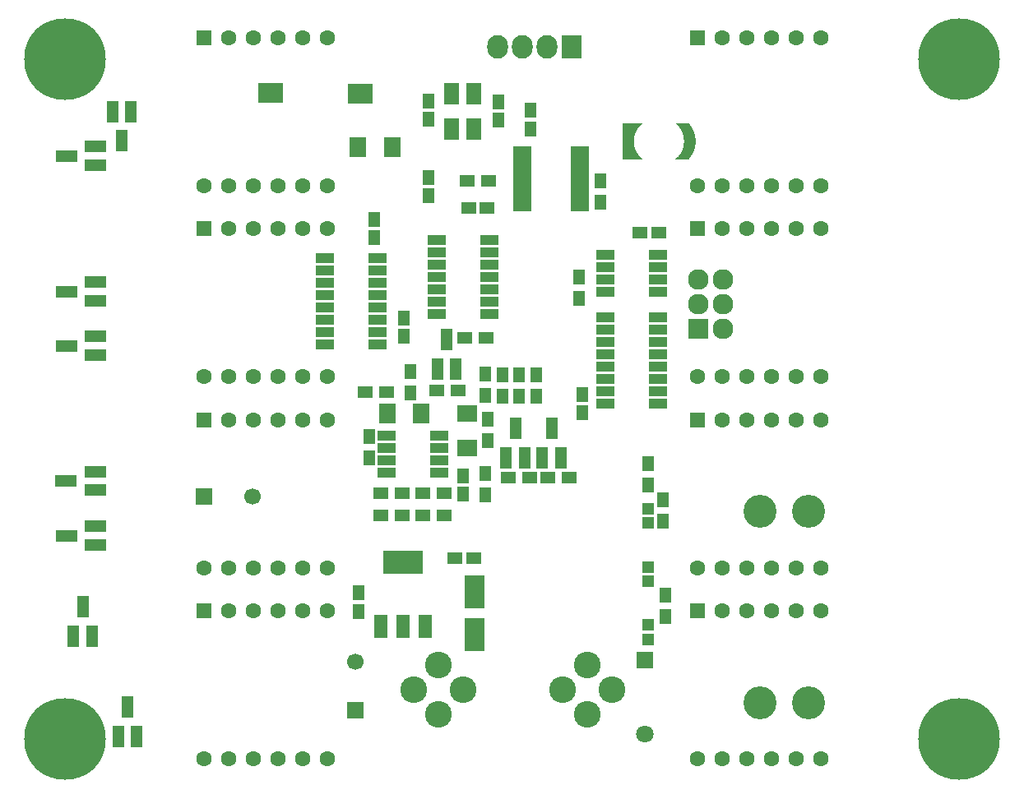
<source format=gbr>
From b95c2baaf201b6a02ad680e535bd557321b3087b Mon Sep 17 00:00:00 2001
From: jaseg <git@jaseg.de>
Date: Mon, 24 Jan 2022 14:23:45 +0100
Subject: Add new test files

---
 .../resources/kicad-older/chibi_2024-F.Mask.gbr    | 1396 ++++++++++++++++++++
 1 file changed, 1396 insertions(+)
 create mode 100644 gerbonara/gerber/tests/resources/kicad-older/chibi_2024-F.Mask.gbr

(limited to 'gerbonara/gerber/tests/resources/kicad-older/chibi_2024-F.Mask.gbr')

diff --git a/gerbonara/gerber/tests/resources/kicad-older/chibi_2024-F.Mask.gbr b/gerbonara/gerber/tests/resources/kicad-older/chibi_2024-F.Mask.gbr
new file mode 100644
index 0000000..0fdb280
--- /dev/null
+++ b/gerbonara/gerber/tests/resources/kicad-older/chibi_2024-F.Mask.gbr
@@ -0,0 +1,1396 @@
+G04 #@! TF.FileFunction,Soldermask,Top*
+%FSLAX46Y46*%
+G04 Gerber Fmt 4.6, Leading zero omitted, Abs format (unit mm)*
+G04 Created by KiCad (PCBNEW 4.0.6) date Mon Sep 18 11:29:53 2017*
+%MOMM*%
+%LPD*%
+G01*
+G04 APERTURE LIST*
+%ADD10C,0.100000*%
+%ADD11R,1.600000X1.600000*%
+%ADD12C,1.600000*%
+%ADD13C,8.400000*%
+%ADD14R,1.300000X1.600000*%
+%ADD15R,4.057600X2.432000*%
+%ADD16R,1.416000X2.432000*%
+%ADD17R,1.850000X0.850000*%
+%ADD18R,1.950000X1.000000*%
+%ADD19R,1.600000X1.150000*%
+%ADD20R,2.000200X3.399740*%
+%ADD21R,1.700480X2.099260*%
+%ADD22R,2.099260X1.700480*%
+%ADD23R,1.150000X1.600000*%
+%ADD24R,1.197560X1.197560*%
+%ADD25C,2.749500*%
+%ADD26R,2.127200X2.432000*%
+%ADD27O,2.127200X2.432000*%
+%ADD28R,2.200860X1.200100*%
+%ADD29R,1.200100X2.200860*%
+%ADD30R,1.600000X1.300000*%
+%ADD31R,1.900000X1.000000*%
+%ADD32R,1.700000X1.700000*%
+%ADD33C,1.700000*%
+%ADD34R,1.797000X1.797000*%
+%ADD35C,1.797000*%
+%ADD36R,2.580000X2.000000*%
+%ADD37C,3.400000*%
+%ADD38R,2.127200X2.127200*%
+%ADD39O,2.127200X2.127200*%
+%ADD40R,1.499820X2.299920*%
+G04 APERTURE END LIST*
+D10*
+G36*
+X110417111Y-54530037D02*
+X110417111Y-58297116D01*
+X112494972Y-58297116D01*
+X112484563Y-58288846D01*
+X112474180Y-58280515D01*
+X112463824Y-58272125D01*
+X112453494Y-58263674D01*
+X112443190Y-58255163D01*
+X112432911Y-58246591D01*
+X112422658Y-58237958D01*
+X112412430Y-58229263D01*
+X112402227Y-58220508D01*
+X112392049Y-58211691D01*
+X112381896Y-58202813D01*
+X112371767Y-58193873D01*
+X112361663Y-58184871D01*
+X112351582Y-58175806D01*
+X112341525Y-58166680D01*
+X112331492Y-58157491D01*
+X112321482Y-58148239D01*
+X112311496Y-58138924D01*
+X112301532Y-58129547D01*
+X112290846Y-58119397D01*
+X112280236Y-58109220D01*
+X112269701Y-58099015D01*
+X112259242Y-58088782D01*
+X112248858Y-58078521D01*
+X112238549Y-58068233D01*
+X112228317Y-58057917D01*
+X112218159Y-58047573D01*
+X112208077Y-58037201D01*
+X112198071Y-58026801D01*
+X112188140Y-58016374D01*
+X112178285Y-58005919D01*
+X112168505Y-57995436D01*
+X112158801Y-57984926D01*
+X112149172Y-57974387D01*
+X112139619Y-57963821D01*
+X112130141Y-57953227D01*
+X112120739Y-57942606D01*
+X112111412Y-57931956D01*
+X112102161Y-57921279D01*
+X112092985Y-57910574D01*
+X112083885Y-57899841D01*
+X112074860Y-57889080D01*
+X112065911Y-57878292D01*
+X112057037Y-57867476D01*
+X112048239Y-57856632D01*
+X112039517Y-57845760D01*
+X112030870Y-57834860D01*
+X112022298Y-57823933D01*
+X112013802Y-57812978D01*
+X112005381Y-57801995D01*
+X111997036Y-57790984D01*
+X111988767Y-57779946D01*
+X111980573Y-57768879D01*
+X111972454Y-57757785D01*
+X111964411Y-57746663D01*
+X111956444Y-57735513D01*
+X111948552Y-57724336D01*
+X111940735Y-57713130D01*
+X111932994Y-57701897D01*
+X111925329Y-57690636D01*
+X111917739Y-57679347D01*
+X111910224Y-57668030D01*
+X111902786Y-57656686D01*
+X111895422Y-57645314D01*
+X111888134Y-57633913D01*
+X111880922Y-57622485D01*
+X111873785Y-57611030D01*
+X111866724Y-57599546D01*
+X111859738Y-57588035D01*
+X111852828Y-57576495D01*
+X111845993Y-57564928D01*
+X111839234Y-57553333D01*
+X111832550Y-57541711D01*
+X111825942Y-57530060D01*
+X111819409Y-57518382D01*
+X111812952Y-57506675D01*
+X111806570Y-57494941D01*
+X111800264Y-57483179D01*
+X111794034Y-57471390D01*
+X111787878Y-57459572D01*
+X111781799Y-57447726D01*
+X111775795Y-57435853D01*
+X111769866Y-57423952D01*
+X111764013Y-57412023D01*
+X111758236Y-57400066D01*
+X111752534Y-57388081D01*
+X111746907Y-57376069D01*
+X111741356Y-57364029D01*
+X111735881Y-57351960D01*
+X111730481Y-57339864D01*
+X111725157Y-57327740D01*
+X111719908Y-57315588D01*
+X111714734Y-57303409D01*
+X111709636Y-57291201D01*
+X111704614Y-57278966D01*
+X111699667Y-57266702D01*
+X111694796Y-57254411D01*
+X111690000Y-57242092D01*
+X111685280Y-57229745D01*
+X111680635Y-57217371D01*
+X111676066Y-57204968D01*
+X111671572Y-57192538D01*
+X111667154Y-57180079D01*
+X111662812Y-57167593D01*
+X111658544Y-57155079D01*
+X111654353Y-57142537D01*
+X111650237Y-57129967D01*
+X111646196Y-57117369D01*
+X111642231Y-57104744D01*
+X111638342Y-57092090D01*
+X111634528Y-57079409D01*
+X111630789Y-57066700D01*
+X111627126Y-57053962D01*
+X111623539Y-57041197D01*
+X111620027Y-57028404D01*
+X111616590Y-57015584D01*
+X111613230Y-57002735D01*
+X111609944Y-56989858D01*
+X111606734Y-56976954D01*
+X111603600Y-56964021D01*
+X111600541Y-56951061D01*
+X111597558Y-56938073D01*
+X111594650Y-56925057D01*
+X111591818Y-56912013D01*
+X111589061Y-56898941D01*
+X111586380Y-56885841D01*
+X111583775Y-56872713D01*
+X111581245Y-56859557D01*
+X111578790Y-56846374D01*
+X111576411Y-56833162D01*
+X111574107Y-56819923D01*
+X111571879Y-56806656D01*
+X111569727Y-56793360D01*
+X111567650Y-56780037D01*
+X111565648Y-56766686D01*
+X111563723Y-56753307D01*
+X111561872Y-56739900D01*
+X111560097Y-56726466D01*
+X111558398Y-56713003D01*
+X111556774Y-56699512D01*
+X111555226Y-56685994D01*
+X111553753Y-56672447D01*
+X111552356Y-56658873D01*
+X111551034Y-56645270D01*
+X111549788Y-56631640D01*
+X111548617Y-56617982D01*
+X111547522Y-56604295D01*
+X111546502Y-56590581D01*
+X111545558Y-56576839D01*
+X111544690Y-56563069D01*
+X111543897Y-56549271D01*
+X111543179Y-56535445D01*
+X111542537Y-56521592D01*
+X111541971Y-56507710D01*
+X111541480Y-56493800D01*
+X111541064Y-56479862D01*
+X111540725Y-56465897D01*
+X111540460Y-56451903D01*
+X111540271Y-56437882D01*
+X111540158Y-56423832D01*
+X111540120Y-56409755D01*
+X111540158Y-56395680D01*
+X111540271Y-56381632D01*
+X111540460Y-56367610D01*
+X111540725Y-56353615D01*
+X111541064Y-56339646D01*
+X111541480Y-56325704D01*
+X111541971Y-56311789D01*
+X111542537Y-56297901D01*
+X111543179Y-56284039D01*
+X111543897Y-56270203D01*
+X111544690Y-56256395D01*
+X111545558Y-56242612D01*
+X111546502Y-56228857D01*
+X111547522Y-56215128D01*
+X111548617Y-56201426D01*
+X111549788Y-56187750D01*
+X111551034Y-56174101D01*
+X111552356Y-56160479D01*
+X111553753Y-56146883D01*
+X111555226Y-56133314D01*
+X111556774Y-56119772D01*
+X111558398Y-56106256D01*
+X111560097Y-56092766D01*
+X111561872Y-56079304D01*
+X111563723Y-56065868D01*
+X111565648Y-56052458D01*
+X111567650Y-56039076D01*
+X111569727Y-56025720D01*
+X111571879Y-56012390D01*
+X111574107Y-55999087D01*
+X111576411Y-55985811D01*
+X111578790Y-55972561D01*
+X111581245Y-55959338D01*
+X111583775Y-55946142D01*
+X111586380Y-55932972D01*
+X111589061Y-55919829D01*
+X111591818Y-55906712D01*
+X111594650Y-55893622D01*
+X111597558Y-55880559D01*
+X111600541Y-55867522D01*
+X111603600Y-55854512D01*
+X111606734Y-55841529D01*
+X111609944Y-55828572D01*
+X111613230Y-55815642D01*
+X111616590Y-55802738D01*
+X111620027Y-55789861D01*
+X111623539Y-55777011D01*
+X111627126Y-55764187D01*
+X111630789Y-55751390D01*
+X111634528Y-55738620D01*
+X111638342Y-55725876D01*
+X111642231Y-55713159D01*
+X111646196Y-55700468D01*
+X111650237Y-55687804D01*
+X111654353Y-55675167D01*
+X111658544Y-55662556D01*
+X111662812Y-55649972D01*
+X111667154Y-55637415D01*
+X111671572Y-55624884D01*
+X111676066Y-55612379D01*
+X111680635Y-55599902D01*
+X111685280Y-55587451D01*
+X111690000Y-55575026D01*
+X111694796Y-55562629D01*
+X111699667Y-55550258D01*
+X111704614Y-55537913D01*
+X111709636Y-55525595D01*
+X111714734Y-55513304D01*
+X111719908Y-55501039D01*
+X111725157Y-55488801D01*
+X111730481Y-55476590D01*
+X111735881Y-55464405D01*
+X111741356Y-55452247D01*
+X111746907Y-55440115D01*
+X111752534Y-55428010D01*
+X111758236Y-55415932D01*
+X111764013Y-55403880D01*
+X111769866Y-55391855D01*
+X111775795Y-55379857D01*
+X111781799Y-55367885D01*
+X111787878Y-55355940D01*
+X111794034Y-55344021D01*
+X111800264Y-55332129D01*
+X111806570Y-55320264D01*
+X111812952Y-55308425D01*
+X111819409Y-55296613D01*
+X111825942Y-55284827D01*
+X111832550Y-55273068D01*
+X111839234Y-55261336D01*
+X111845993Y-55249630D01*
+X111852828Y-55237951D01*
+X111859738Y-55226299D01*
+X111866724Y-55214673D01*
+X111873785Y-55203074D01*
+X111880922Y-55191501D01*
+X111888134Y-55179955D01*
+X111895422Y-55168436D01*
+X111902786Y-55156943D01*
+X111910224Y-55145477D01*
+X111917739Y-55134038D01*
+X111925329Y-55122625D01*
+X111932994Y-55111239D01*
+X111940735Y-55099879D01*
+X111948552Y-55088546D01*
+X111956444Y-55077240D01*
+X111964411Y-55065960D01*
+X111972454Y-55054707D01*
+X111980573Y-55043480D01*
+X111988767Y-55032280D01*
+X111997036Y-55021107D01*
+X112005381Y-55009960D01*
+X112013802Y-54998840D01*
+X112022298Y-54987747D01*
+X112030870Y-54976680D01*
+X112039517Y-54965640D01*
+X112048239Y-54954626D01*
+X112057037Y-54943639D01*
+X112065911Y-54932679D01*
+X112074860Y-54921745D01*
+X112083885Y-54910838D01*
+X112092985Y-54899958D01*
+X112102161Y-54889104D01*
+X112111412Y-54878277D01*
+X112120739Y-54867476D01*
+X112130141Y-54856702D01*
+X112139619Y-54845955D01*
+X112149172Y-54835234D01*
+X112158801Y-54824540D01*
+X112168505Y-54813872D01*
+X112178285Y-54803231D01*
+X112188140Y-54792617D01*
+X112198071Y-54782029D01*
+X112208077Y-54771468D01*
+X112218159Y-54760934D01*
+X112228317Y-54750426D01*
+X112238549Y-54739944D01*
+X112248858Y-54729490D01*
+X112259242Y-54719062D01*
+X112269701Y-54708660D01*
+X112280236Y-54698286D01*
+X112290846Y-54687938D01*
+X112301532Y-54677616D01*
+X112311862Y-54667828D01*
+X112322230Y-54658130D01*
+X112332635Y-54648517D01*
+X112343076Y-54638988D01*
+X112353552Y-54629539D01*
+X112364063Y-54620167D01*
+X112374607Y-54610869D01*
+X112385184Y-54601643D01*
+X112395793Y-54592485D01*
+X112406432Y-54583392D01*
+X112417102Y-54574361D01*
+X112427800Y-54565390D01*
+X112438527Y-54556474D01*
+X112449280Y-54547613D01*
+X112460060Y-54538801D01*
+X112470866Y-54530037D01*
+X110417111Y-54530037D01*
+X110417111Y-54530037D01*
+G37*
+G36*
+X115775806Y-54530037D02*
+X115786080Y-54538288D01*
+X115796334Y-54546580D01*
+X115806565Y-54554914D01*
+X115816773Y-54563294D01*
+X115826957Y-54571722D01*
+X115837115Y-54580201D01*
+X115847248Y-54588734D01*
+X115857353Y-54597323D01*
+X115867430Y-54605972D01*
+X115877477Y-54614682D01*
+X115887494Y-54623457D01*
+X115897480Y-54632300D01*
+X115907434Y-54641212D01*
+X115917354Y-54650197D01*
+X115927239Y-54659258D01*
+X115937089Y-54668396D01*
+X115946903Y-54677616D01*
+X115957407Y-54687595D01*
+X115967836Y-54697605D01*
+X115978192Y-54707647D01*
+X115988473Y-54717720D01*
+X115998680Y-54727825D01*
+X116008813Y-54737961D01*
+X116018872Y-54748129D01*
+X116028856Y-54758328D01*
+X116038766Y-54768559D01*
+X116048602Y-54778821D01*
+X116058364Y-54789115D01*
+X116068052Y-54799441D01*
+X116077665Y-54809798D01*
+X116087204Y-54820186D01*
+X116096669Y-54830606D01*
+X116106060Y-54841057D01*
+X116115376Y-54851540D01*
+X116124618Y-54862055D01*
+X116133786Y-54872601D01*
+X116142880Y-54883178D01*
+X116151900Y-54893787D01*
+X116160845Y-54904428D01*
+X116169716Y-54915100D01*
+X116178513Y-54925803D01*
+X116187236Y-54936538D01*
+X116195884Y-54947305D01*
+X116204459Y-54958103D01*
+X116212959Y-54968932D01*
+X116221384Y-54979793D01*
+X116229736Y-54990686D01*
+X116238013Y-55001610D01*
+X116246217Y-55012565D01*
+X116254346Y-55023552D01*
+X116262400Y-55034571D01*
+X116270381Y-55045621D01*
+X116278287Y-55056702D01*
+X116286119Y-55067815D01*
+X116293877Y-55078960D01*
+X116301561Y-55090136D01*
+X116309170Y-55101343D01*
+X116316705Y-55112582D01*
+X116324166Y-55123852D01*
+X116331553Y-55135154D01*
+X116338865Y-55146488D01*
+X116346103Y-55157853D01*
+X116353268Y-55169249D01*
+X116360357Y-55180677D01*
+X116367373Y-55192136D01*
+X116374314Y-55203627D01*
+X116381181Y-55215149D01*
+X116387974Y-55226703D01*
+X116394693Y-55238288D01*
+X116401337Y-55249905D01*
+X116407908Y-55261553D01*
+X116414404Y-55273233D01*
+X116420825Y-55284944D01*
+X116427173Y-55296687D01*
+X116433446Y-55308461D01*
+X116439645Y-55320266D01*
+X116445770Y-55332103D01*
+X116451821Y-55343972D01*
+X116457797Y-55355872D01*
+X116463699Y-55367803D01*
+X116469527Y-55379766D01*
+X116475281Y-55391761D01*
+X116480960Y-55403787D01*
+X116486566Y-55415844D01*
+X116492097Y-55427933D01*
+X116497553Y-55440053D01*
+X116502936Y-55452205D01*
+X116508244Y-55464388D01*
+X116513478Y-55476603D01*
+X116518638Y-55488849D01*
+X116523724Y-55501126D01*
+X116528735Y-55513435D01*
+X116533672Y-55525776D01*
+X116538535Y-55538148D01*
+X116543324Y-55550551D01*
+X116548038Y-55562986D01*
+X116552679Y-55575452D01*
+X116557245Y-55587950D01*
+X116561736Y-55600479D01*
+X116566154Y-55613040D01*
+X116570497Y-55625632D01*
+X116574766Y-55638255D01*
+X116578961Y-55650910D01*
+X116583081Y-55663597D01*
+X116587128Y-55676315D01*
+X116591100Y-55689064D01*
+X116594998Y-55701845D01*
+X116598821Y-55714657D01*
+X116602571Y-55727501D01*
+X116606246Y-55740376D01*
+X116609847Y-55753282D01*
+X116613373Y-55766220D01*
+X116616826Y-55779190D01*
+X116620204Y-55792191D01*
+X116623508Y-55805223D01*
+X116626738Y-55818287D01*
+X116629893Y-55831382D01*
+X116632974Y-55844509D01*
+X116635981Y-55857667D01*
+X116638914Y-55870856D01*
+X116641773Y-55884077D01*
+X116644557Y-55897330D01*
+X116647267Y-55910613D01*
+X116649903Y-55923929D01*
+X116652464Y-55937275D01*
+X116654951Y-55950653D01*
+X116657364Y-55964063D01*
+X116659703Y-55977504D01*
+X116661968Y-55990976D01*
+X116664158Y-56004480D01*
+X116666274Y-56018015D01*
+X116668316Y-56031582D01*
+X116670284Y-56045180D01*
+X116672177Y-56058809D01*
+X116673996Y-56072470D01*
+X116675741Y-56086162D01*
+X116677411Y-56099886D01*
+X116679008Y-56113641D01*
+X116680530Y-56127428D01*
+X116681978Y-56141246D01*
+X116683351Y-56155095D01*
+X116684651Y-56168976D01*
+X116685876Y-56182888D01*
+X116687027Y-56196832D01*
+X116688103Y-56210807D01*
+X116689106Y-56224813D01*
+X116690034Y-56238851D01*
+X116690888Y-56252920D01*
+X116691667Y-56267021D01*
+X116692373Y-56281153D01*
+X116693004Y-56295317D01*
+X116693561Y-56309511D01*
+X116694043Y-56323738D01*
+X116694452Y-56337995D01*
+X116694786Y-56352284D01*
+X116695046Y-56366605D01*
+X116695231Y-56380957D01*
+X116695343Y-56395340D01*
+X116695380Y-56409755D01*
+X116695343Y-56424274D01*
+X116695232Y-56438759D01*
+X116695047Y-56453211D01*
+X116694788Y-56467628D01*
+X116694455Y-56482012D01*
+X116694048Y-56496362D01*
+X116693567Y-56510678D01*
+X116693012Y-56524961D01*
+X116692383Y-56539210D01*
+X116691680Y-56553425D01*
+X116690903Y-56567606D01*
+X116690052Y-56581753D01*
+X116689128Y-56595867D01*
+X116688129Y-56609947D01*
+X116687056Y-56623993D01*
+X116685909Y-56638005D01*
+X116684688Y-56651984D01*
+X116683393Y-56665929D01*
+X116682024Y-56679840D01*
+X116680581Y-56693717D01*
+X116679065Y-56707561D01*
+X116677474Y-56721370D01*
+X116675809Y-56735146D01*
+X116674070Y-56748888D01*
+X116672257Y-56762597D01*
+X116670370Y-56776271D01*
+X116668410Y-56789912D01*
+X116666375Y-56803519D01*
+X116664266Y-56817093D01*
+X116662083Y-56830632D01*
+X116659826Y-56844138D01*
+X116657496Y-56857610D01*
+X116655091Y-56871048D01*
+X116652612Y-56884452D01*
+X116650059Y-56897823D01*
+X116647433Y-56911160D01*
+X116644732Y-56924463D01*
+X116641957Y-56937733D01*
+X116639108Y-56950968D01*
+X116636186Y-56964170D01*
+X116633189Y-56977338D01*
+X116630118Y-56990472D01*
+X116626973Y-57003573D01*
+X116623755Y-57016640D01*
+X116620462Y-57029673D01*
+X116617095Y-57042672D01*
+X116613655Y-57055637D01*
+X116610140Y-57068569D01*
+X116606551Y-57081467D01*
+X116602889Y-57094331D01*
+X116599152Y-57107162D01*
+X116595341Y-57119958D01*
+X116591457Y-57132721D01*
+X116587498Y-57145450D01*
+X116583465Y-57158146D01*
+X116579359Y-57170807D01*
+X116575178Y-57183435D01*
+X116570923Y-57196029D01*
+X116566595Y-57208589D01*
+X116562192Y-57221116D01*
+X116557716Y-57233609D01*
+X116553165Y-57246068D01*
+X116548540Y-57258493D01*
+X116543842Y-57270884D01*
+X116539069Y-57283242D01*
+X116534223Y-57295566D01*
+X116529302Y-57307856D01*
+X116524307Y-57320113D01*
+X116519239Y-57332336D01*
+X116514096Y-57344524D01*
+X116508880Y-57356680D01*
+X116503589Y-57368801D01*
+X116498225Y-57380889D01*
+X116492786Y-57392943D01*
+X116487273Y-57404963D01*
+X116481687Y-57416949D01*
+X116476026Y-57428902D01*
+X116470292Y-57440821D01*
+X116464483Y-57452706D01*
+X116458601Y-57464557D01*
+X116452644Y-57476375D01*
+X116446614Y-57488158D01*
+X116440509Y-57499909D01*
+X116434331Y-57511625D01*
+X116428078Y-57523307D01*
+X116421752Y-57534956D01*
+X116415351Y-57546571D01*
+X116408877Y-57558153D01*
+X116402328Y-57569700D01*
+X116395706Y-57581214D01*
+X116389009Y-57592694D01*
+X116382239Y-57604140D01*
+X116375394Y-57615553D01*
+X116368476Y-57626932D01*
+X116361483Y-57638277D01*
+X116354417Y-57649588D01*
+X116347276Y-57660866D01*
+X116340062Y-57672109D01*
+X116332773Y-57683319D01*
+X116325411Y-57694496D01*
+X116317974Y-57705638D01*
+X116310464Y-57716747D01*
+X116302880Y-57727822D01*
+X116295221Y-57738863D01*
+X116287489Y-57749871D01*
+X116279682Y-57760845D01*
+X116271802Y-57771785D01*
+X116263847Y-57782691D01*
+X116255819Y-57793563D01*
+X116247717Y-57804402D01*
+X116239540Y-57815207D01*
+X116231290Y-57825978D01*
+X116222965Y-57836716D01*
+X116214567Y-57847420D01*
+X116206094Y-57858090D01*
+X116197548Y-57868726D01*
+X116188928Y-57879329D01*
+X116180233Y-57889898D01*
+X116171465Y-57900433D01*
+X116162622Y-57910934D01*
+X116153706Y-57921401D01*
+X116144716Y-57931835D01*
+X116135651Y-57942235D01*
+X116126513Y-57952602D01*
+X116117300Y-57962934D01*
+X116108014Y-57973233D01*
+X116098654Y-57983498D01*
+X116089219Y-57993730D01*
+X116079711Y-58003927D01*
+X116070128Y-58014091D01*
+X116060472Y-58024221D01*
+X116050742Y-58034318D01*
+X116040937Y-58044380D01*
+X116031059Y-58054409D01*
+X116021106Y-58064404D01*
+X116011080Y-58074366D01*
+X116000980Y-58084293D01*
+X115990805Y-58094187D01*
+X115980557Y-58104048D01*
+X115970235Y-58113874D01*
+X115959838Y-58123667D01*
+X115949320Y-58133402D01*
+X115938781Y-58143067D01*
+X115928219Y-58152662D01*
+X115917634Y-58162187D01*
+X115907027Y-58171644D01*
+X115896395Y-58181033D01*
+X115885740Y-58190353D01*
+X115875060Y-58199607D01*
+X115864355Y-58208794D01*
+X115853624Y-58217914D01*
+X115842867Y-58226970D01*
+X115832083Y-58235960D01*
+X115821273Y-58244886D01*
+X115810435Y-58253747D01*
+X115799569Y-58262546D01*
+X115788674Y-58271281D01*
+X115777751Y-58279954D01*
+X115766798Y-58288566D01*
+X115755815Y-58297116D01*
+X117171630Y-58297116D01*
+X117180362Y-58286040D01*
+X117189057Y-58274940D01*
+X117197712Y-58263816D01*
+X117206328Y-58252669D01*
+X117214906Y-58241497D01*
+X117223443Y-58230301D01*
+X117231941Y-58219082D01*
+X117240398Y-58207839D01*
+X117248815Y-58196572D01*
+X117257191Y-58185282D01*
+X117265527Y-58173968D01*
+X117273821Y-58162631D01*
+X117282073Y-58151270D01*
+X117290284Y-58139886D01*
+X117298452Y-58128478D01*
+X117306579Y-58117048D01*
+X117314662Y-58105594D01*
+X117322703Y-58094117D01*
+X117330701Y-58082617D01*
+X117338655Y-58071094D01*
+X117346565Y-58059548D01*
+X117354431Y-58047979D01*
+X117362253Y-58036387D01*
+X117370031Y-58024773D01*
+X117377764Y-58013135D01*
+X117385451Y-58001476D01*
+X117393093Y-57989793D01*
+X117400690Y-57978088D01*
+X117408240Y-57966361D01*
+X117415745Y-57954611D01*
+X117423202Y-57942838D01*
+X117430613Y-57931044D01*
+X117437978Y-57919227D01*
+X117445294Y-57907388D01*
+X117452563Y-57895527D01*
+X117459785Y-57883644D01*
+X117466958Y-57871738D01*
+X117474083Y-57859811D01*
+X117481159Y-57847862D01*
+X117488186Y-57835891D01*
+X117495163Y-57823899D01*
+X117502092Y-57811884D01*
+X117508970Y-57799848D01*
+X117515799Y-57787791D01*
+X117522577Y-57775712D01*
+X117529304Y-57763611D01*
+X117535981Y-57751489D01*
+X117542606Y-57739346D01*
+X117549180Y-57727181D01*
+X117555703Y-57714995D01*
+X117562173Y-57702788D01*
+X117568591Y-57690560D01*
+X117574956Y-57678310D01*
+X117581269Y-57666040D01*
+X117587528Y-57653749D01*
+X117593735Y-57641437D01*
+X117599887Y-57629104D01*
+X117605986Y-57616750D01*
+X117612030Y-57604376D01*
+X117618020Y-57591981D01*
+X117623955Y-57579565D01*
+X117629836Y-57567129D01*
+X117635660Y-57554672D01*
+X117641430Y-57542195D01*
+X117647143Y-57529698D01*
+X117652800Y-57517180D01*
+X117658401Y-57504642D01*
+X117663946Y-57492084D01*
+X117669433Y-57479505D01*
+X117674863Y-57466907D01*
+X117680236Y-57454289D01*
+X117685551Y-57441650D01*
+X117690807Y-57428992D01*
+X117696006Y-57416314D01*
+X117701146Y-57403617D01*
+X117706227Y-57390899D01*
+X117711248Y-57378162D01*
+X117716211Y-57365405D01*
+X117721113Y-57352629D01*
+X117725956Y-57339833D01*
+X117730739Y-57327018D01*
+X117735461Y-57314184D01*
+X117740122Y-57301330D01*
+X117744722Y-57288457D01*
+X117749260Y-57275565D01*
+X117753738Y-57262654D01*
+X117758153Y-57249723D01*
+X117762506Y-57236774D01*
+X117766796Y-57223806D01*
+X117771024Y-57210819D01*
+X117775189Y-57197813D01*
+X117779290Y-57184788D01*
+X117783328Y-57171745D01*
+X117787303Y-57158683D01*
+X117791213Y-57145602D01*
+X117795058Y-57132503D01*
+X117798839Y-57119385D01*
+X117802555Y-57106249D01*
+X117806206Y-57093095D01*
+X117809792Y-57079922D01*
+X117813311Y-57066731D01*
+X117816765Y-57053522D01*
+X117820152Y-57040295D01*
+X117823473Y-57027049D01*
+X117826727Y-57013786D01*
+X117829913Y-57000505D01*
+X117833033Y-56987206D01*
+X117836084Y-56973889D01*
+X117839068Y-56960554D01*
+X117841983Y-56947202D01*
+X117844830Y-56933832D01*
+X117847608Y-56920444D01*
+X117850317Y-56907039D01*
+X117852957Y-56893617D01*
+X117855527Y-56880177D01*
+X117858028Y-56866719D01*
+X117860458Y-56853245D01*
+X117862817Y-56839753D01*
+X117865106Y-56826244D01*
+X117867324Y-56812718D01*
+X117869471Y-56799175D01*
+X117871546Y-56785615D01*
+X117873549Y-56772037D01*
+X117875481Y-56758443D01*
+X117877339Y-56744833D01*
+X117879126Y-56731205D01*
+X117880839Y-56717561D01*
+X117882479Y-56703900D01*
+X117884046Y-56690223D01*
+X117885539Y-56676529D01*
+X117886958Y-56662818D01*
+X117888302Y-56649091D01*
+X117889572Y-56635348D01*
+X117890768Y-56621589D01*
+X117891888Y-56607813D01*
+X117892932Y-56594021D01*
+X117893901Y-56580213D01*
+X117894795Y-56566389D01*
+X117895611Y-56552549D01*
+X117896352Y-56538693D01*
+X117897015Y-56524821D01*
+X117897602Y-56510934D01*
+X117898111Y-56497030D01*
+X117898543Y-56483111D01*
+X117898897Y-56469177D01*
+X117899172Y-56455226D01*
+X117899370Y-56441261D01*
+X117899488Y-56427279D01*
+X117899528Y-56413283D01*
+X117899489Y-56399378D01*
+X117899373Y-56385486D01*
+X117899179Y-56371606D01*
+X117898908Y-56357739D01*
+X117898561Y-56343885D01*
+X117898137Y-56330043D01*
+X117897636Y-56316215D01*
+X117897060Y-56302399D01*
+X117896408Y-56288597D01*
+X117895681Y-56274807D01*
+X117894878Y-56261031D01*
+X117894001Y-56247269D01*
+X117893049Y-56233520D01*
+X117892023Y-56219784D01*
+X117890922Y-56206063D01*
+X117889748Y-56192355D01*
+X117888500Y-56178661D01*
+X117887179Y-56164981D01*
+X117885784Y-56151315D01*
+X117884317Y-56137663D01*
+X117882778Y-56124025D01*
+X117881166Y-56110402D01*
+X117879482Y-56096793D01*
+X117877727Y-56083199D01*
+X117875900Y-56069619D01*
+X117874002Y-56056054D01*
+X117872033Y-56042504D01*
+X117869993Y-56028969D01*
+X117867883Y-56015449D01*
+X117865703Y-56001944D01*
+X117863453Y-55988454D01*
+X117861133Y-55974979D01*
+X117858744Y-55961520D01*
+X117856286Y-55948076D01*
+X117853760Y-55934648D01*
+X117851164Y-55921236D01*
+X117848501Y-55907839D01*
+X117845769Y-55894458D01*
+X117842970Y-55881094D01*
+X117840103Y-55867745D01*
+X117837170Y-55854412D01*
+X117834169Y-55841096D01*
+X117831101Y-55827796D01*
+X117827968Y-55814512D01*
+X117824768Y-55801245D01*
+X117821502Y-55787995D01*
+X117818170Y-55774761D01*
+X117814774Y-55761544D01*
+X117811312Y-55748344D01*
+X117807785Y-55735161D01*
+X117804194Y-55721995D01*
+X117800539Y-55708847D01*
+X117796819Y-55695715D01*
+X117793036Y-55682601D01*
+X117789189Y-55669505D01*
+X117785280Y-55656426D01*
+X117781307Y-55643365D01*
+X117777271Y-55630321D01*
+X117773174Y-55617296D01*
+X117769014Y-55604288D01*
+X117764792Y-55591298D01*
+X117760508Y-55578327D01*
+X117756164Y-55565374D01*
+X117751758Y-55552439D01*
+X117747291Y-55539522D01*
+X117742764Y-55526624D01*
+X117738176Y-55513745D01*
+X117733529Y-55500884D01*
+X117728822Y-55488043D01*
+X117724055Y-55475220D01*
+X117719229Y-55462416D01*
+X117714344Y-55449631D01*
+X117709401Y-55436865D01*
+X117704399Y-55424119D01*
+X117699338Y-55411392D01*
+X117694220Y-55398684D01*
+X117689045Y-55385996D01*
+X117683812Y-55373328D01*
+X117678522Y-55360680D01*
+X117673175Y-55348051D01*
+X117667771Y-55335442D01*
+X117662312Y-55322854D01*
+X117656796Y-55310285D01*
+X117651224Y-55297737D01*
+X117645597Y-55285209D01*
+X117639915Y-55272701D01*
+X117634178Y-55260214D01*
+X117628386Y-55247748D01*
+X117622540Y-55235302D01*
+X117616639Y-55222877D01*
+X117610685Y-55210473D01*
+X117604677Y-55198090D01*
+X117598615Y-55185728D01*
+X117592501Y-55173387D01*
+X117586334Y-55161068D01*
+X117580114Y-55148770D01*
+X117573842Y-55136493D01*
+X117567517Y-55124238D01*
+X117561141Y-55112005D01*
+X117554714Y-55099793D01*
+X117548235Y-55087603D01*
+X117541706Y-55075435D01*
+X117535125Y-55063289D01*
+X117528494Y-55051165D01*
+X117521813Y-55039064D01*
+X117515082Y-55026985D01*
+X117508302Y-55014928D01*
+X117501472Y-55002894D01*
+X117494593Y-54990882D01*
+X117487665Y-54978893D01*
+X117480689Y-54966927D01*
+X117473664Y-54954983D01*
+X117466591Y-54943063D01*
+X117459470Y-54931166D01*
+X117452302Y-54919292D01*
+X117445087Y-54907441D01*
+X117437825Y-54895613D01*
+X117430515Y-54883809D01*
+X117423160Y-54872029D01*
+X117415758Y-54860272D01*
+X117408311Y-54848539D01*
+X117400817Y-54836830D01*
+X117393279Y-54825144D01*
+X117385695Y-54813483D01*
+X117378066Y-54801846D01*
+X117370393Y-54790233D01*
+X117362675Y-54778645D01*
+X117354914Y-54767080D01*
+X117347108Y-54755541D01*
+X117339259Y-54744025D01*
+X117331367Y-54732535D01*
+X117323432Y-54721069D01*
+X117315454Y-54709629D01*
+X117307434Y-54698213D01*
+X117299371Y-54686822D01*
+X117291267Y-54675456D01*
+X117283120Y-54664116D01*
+X117274933Y-54652801D01*
+X117266704Y-54641512D01*
+X117258435Y-54630248D01*
+X117250124Y-54619009D01*
+X117241774Y-54607797D01*
+X117233383Y-54596610D01*
+X117224953Y-54585449D01*
+X117216483Y-54574314D01*
+X117207974Y-54563206D01*
+X117199426Y-54552123D01*
+X117190839Y-54541067D01*
+X117182213Y-54530037D01*
+X115775806Y-54530037D01*
+X115775806Y-54530037D01*
+G37*
+D11*
+X118110000Y-65405000D03*
+D12*
+X120650000Y-65405000D03*
+X123190000Y-65405000D03*
+X125730000Y-65405000D03*
+X128270000Y-65405000D03*
+X130810000Y-65405000D03*
+X125730000Y-80645000D03*
+X128270000Y-80645000D03*
+X118110000Y-80645000D03*
+X120650000Y-80645000D03*
+X130810000Y-80645000D03*
+X123190000Y-80645000D03*
+D13*
+X145000000Y-48000000D03*
+X53000000Y-118000000D03*
+D14*
+X99750000Y-82650000D03*
+X99750000Y-80450000D03*
+D15*
+X87800000Y-99798000D03*
+D16*
+X87800000Y-106402000D03*
+X90086000Y-106402000D03*
+X85514000Y-106402000D03*
+D17*
+X100050000Y-57375000D03*
+X100050000Y-58025000D03*
+X100050000Y-58675000D03*
+X100050000Y-59325000D03*
+X100050000Y-59975000D03*
+X100050000Y-60625000D03*
+X100050000Y-61275000D03*
+X100050000Y-61925000D03*
+X100050000Y-62575000D03*
+X100050000Y-63225000D03*
+X105950000Y-63225000D03*
+X105950000Y-62575000D03*
+X105950000Y-61925000D03*
+X105950000Y-61275000D03*
+X105950000Y-60625000D03*
+X105950000Y-59975000D03*
+X105950000Y-59325000D03*
+X105950000Y-58675000D03*
+X105950000Y-58025000D03*
+X105950000Y-57375000D03*
+D18*
+X108600000Y-68095000D03*
+X108600000Y-69365000D03*
+X108600000Y-70635000D03*
+X108600000Y-71905000D03*
+X114000000Y-71905000D03*
+X114000000Y-70635000D03*
+X114000000Y-69365000D03*
+X114000000Y-68095000D03*
+D19*
+X94554000Y-63246000D03*
+X96454000Y-63246000D03*
+D20*
+X95150000Y-102850360D03*
+X95150000Y-107249640D03*
+D14*
+X114800000Y-103150000D03*
+X114800000Y-105350000D03*
+D21*
+X83149940Y-57000000D03*
+X86650060Y-57000000D03*
+D22*
+X94361000Y-87983060D03*
+X94361000Y-84482940D03*
+D21*
+X86133940Y-84455000D03*
+X89634060Y-84455000D03*
+D23*
+X83185000Y-104836000D03*
+X83185000Y-102936000D03*
+D19*
+X112200000Y-65825000D03*
+X114100000Y-65825000D03*
+D23*
+X106225000Y-84400000D03*
+X106225000Y-82500000D03*
+X84800000Y-64450000D03*
+X84800000Y-66350000D03*
+X87884000Y-74615000D03*
+X87884000Y-76515000D03*
+D19*
+X93150000Y-99350000D03*
+X95050000Y-99350000D03*
+D23*
+X90400000Y-60150000D03*
+X90400000Y-62050000D03*
+X97600000Y-52325000D03*
+X97600000Y-54225000D03*
+X90375000Y-54150000D03*
+X90375000Y-52250000D03*
+X93980000Y-90871000D03*
+X93980000Y-92771000D03*
+D24*
+X113000000Y-107749300D03*
+X113000000Y-106250700D03*
+X113000000Y-94250700D03*
+X113000000Y-95749300D03*
+X113000000Y-100250700D03*
+X113000000Y-101749300D03*
+D25*
+X93939360Y-112903000D03*
+X88859360Y-112903000D03*
+X104178100Y-112903000D03*
+X109258100Y-112903000D03*
+X91399360Y-115443000D03*
+X91399360Y-110363000D03*
+X106718100Y-115443000D03*
+X106718100Y-110363000D03*
+D26*
+X105175000Y-46700000D03*
+D27*
+X102635000Y-46700000D03*
+X100095000Y-46700000D03*
+X97555000Y-46700000D03*
+D28*
+X56111140Y-78420000D03*
+X56111140Y-76520000D03*
+X53108860Y-77470000D03*
+X56101140Y-92350000D03*
+X56101140Y-90450000D03*
+X53098860Y-91400000D03*
+D29*
+X58486000Y-117706140D03*
+X60386000Y-117706140D03*
+X59436000Y-114703860D03*
+D28*
+X56111140Y-72832000D03*
+X56111140Y-70932000D03*
+X53108860Y-71882000D03*
+D29*
+X53850000Y-107373140D03*
+X55750000Y-107373140D03*
+X54800000Y-104370860D03*
+X59751000Y-53362860D03*
+X57851000Y-53362860D03*
+X58801000Y-56365140D03*
+D28*
+X56111140Y-97978000D03*
+X56111140Y-96078000D03*
+X53108860Y-97028000D03*
+X56111140Y-58862000D03*
+X56111140Y-56962000D03*
+X53108860Y-57912000D03*
+D14*
+X88550000Y-80175000D03*
+X88550000Y-82375000D03*
+D30*
+X96604000Y-60452000D03*
+X94404000Y-60452000D03*
+D14*
+X105918000Y-70401000D03*
+X105918000Y-72601000D03*
+X108075000Y-62725000D03*
+X108075000Y-60525000D03*
+D30*
+X91225000Y-82100000D03*
+X93425000Y-82100000D03*
+D14*
+X96520000Y-87206000D03*
+X96520000Y-85006000D03*
+X84328000Y-88984000D03*
+X84328000Y-86784000D03*
+X113000000Y-89650000D03*
+X113000000Y-91850000D03*
+X114550000Y-93325000D03*
+X114550000Y-95525000D03*
+X96250000Y-82600000D03*
+X96250000Y-80400000D03*
+X98000000Y-82650000D03*
+X98000000Y-80450000D03*
+X101500000Y-82650000D03*
+X101500000Y-80450000D03*
+D31*
+X114000000Y-83445000D03*
+X114000000Y-82175000D03*
+X114000000Y-80905000D03*
+X114000000Y-79635000D03*
+X114000000Y-78365000D03*
+X114000000Y-77095000D03*
+X114000000Y-75825000D03*
+X114000000Y-74555000D03*
+X108600000Y-74555000D03*
+X108600000Y-75825000D03*
+X108600000Y-77095000D03*
+X108600000Y-78365000D03*
+X108600000Y-79635000D03*
+X108600000Y-80905000D03*
+X108600000Y-82175000D03*
+X108600000Y-83445000D03*
+D18*
+X86073000Y-86741000D03*
+X86073000Y-88011000D03*
+X86073000Y-89281000D03*
+X86073000Y-90551000D03*
+X91473000Y-90551000D03*
+X91473000Y-89281000D03*
+X91473000Y-88011000D03*
+X91473000Y-86741000D03*
+D31*
+X79723000Y-68453000D03*
+X79723000Y-69723000D03*
+X79723000Y-70993000D03*
+X79723000Y-72263000D03*
+X79723000Y-73533000D03*
+X79723000Y-74803000D03*
+X79723000Y-76073000D03*
+X79723000Y-77343000D03*
+X85123000Y-77343000D03*
+X85123000Y-76073000D03*
+X85123000Y-74803000D03*
+X85123000Y-73533000D03*
+X85123000Y-72263000D03*
+X85123000Y-70993000D03*
+X85123000Y-69723000D03*
+X85123000Y-68453000D03*
+D14*
+X96266000Y-92794000D03*
+X96266000Y-90594000D03*
+D30*
+X89832000Y-94932500D03*
+X92032000Y-94932500D03*
+X92032000Y-92646500D03*
+X89832000Y-92646500D03*
+X87714000Y-94932500D03*
+X85514000Y-94932500D03*
+X85514000Y-92646500D03*
+X87714000Y-92646500D03*
+X86100000Y-82225000D03*
+X83900000Y-82225000D03*
+X98600000Y-91075000D03*
+X100800000Y-91075000D03*
+X102675000Y-91075000D03*
+X104875000Y-91075000D03*
+D32*
+X82850000Y-115050000D03*
+D33*
+X82850000Y-110050000D03*
+D32*
+X67300000Y-93000000D03*
+D33*
+X72300000Y-93000000D03*
+D34*
+X112649000Y-109855000D03*
+D35*
+X112649000Y-117475000D03*
+D36*
+X83367830Y-51475420D03*
+X74162970Y-51470780D03*
+D37*
+X124500000Y-114250000D03*
+X129500000Y-114250000D03*
+X124500000Y-94500000D03*
+X129500000Y-94500000D03*
+D13*
+X145000000Y-118000000D03*
+X53000000Y-48000000D03*
+D30*
+X94150000Y-76675000D03*
+X96350000Y-76675000D03*
+D29*
+X91300000Y-79851140D03*
+X93200000Y-79851140D03*
+X92250000Y-76848860D03*
+X98400000Y-89001140D03*
+X100300000Y-89001140D03*
+X99350000Y-85998860D03*
+X102125000Y-89001140D03*
+X104025000Y-89001140D03*
+X103075000Y-85998860D03*
+D38*
+X118200000Y-75700000D03*
+D39*
+X120740000Y-75700000D03*
+X118200000Y-73160000D03*
+X120740000Y-73160000D03*
+X118200000Y-70620000D03*
+X120740000Y-70620000D03*
+D31*
+X96650000Y-74210000D03*
+X96650000Y-72940000D03*
+X96650000Y-71670000D03*
+X96650000Y-70400000D03*
+X96650000Y-69130000D03*
+X96650000Y-67860000D03*
+X96650000Y-66590000D03*
+X91250000Y-66590000D03*
+X91250000Y-67860000D03*
+X91250000Y-69130000D03*
+X91250000Y-70400000D03*
+X91250000Y-71670000D03*
+X91250000Y-72940000D03*
+X91250000Y-74210000D03*
+D40*
+X95098080Y-55199120D03*
+X92801920Y-51500880D03*
+X92801920Y-55199120D03*
+X95098080Y-51500880D03*
+D23*
+X100900000Y-53250000D03*
+X100900000Y-55150000D03*
+D11*
+X67310000Y-104775000D03*
+D12*
+X69850000Y-104775000D03*
+X72390000Y-104775000D03*
+X74930000Y-104775000D03*
+X77470000Y-104775000D03*
+X80010000Y-104775000D03*
+X74930000Y-120015000D03*
+X77470000Y-120015000D03*
+X67310000Y-120015000D03*
+X69850000Y-120015000D03*
+X80010000Y-120015000D03*
+X72390000Y-120015000D03*
+D11*
+X67310000Y-85090000D03*
+D12*
+X69850000Y-85090000D03*
+X72390000Y-85090000D03*
+X74930000Y-85090000D03*
+X77470000Y-85090000D03*
+X80010000Y-85090000D03*
+X74930000Y-100330000D03*
+X77470000Y-100330000D03*
+X67310000Y-100330000D03*
+X69850000Y-100330000D03*
+X80010000Y-100330000D03*
+X72390000Y-100330000D03*
+D11*
+X67310000Y-65405000D03*
+D12*
+X69850000Y-65405000D03*
+X72390000Y-65405000D03*
+X74930000Y-65405000D03*
+X77470000Y-65405000D03*
+X80010000Y-65405000D03*
+X74930000Y-80645000D03*
+X77470000Y-80645000D03*
+X67310000Y-80645000D03*
+X69850000Y-80645000D03*
+X80010000Y-80645000D03*
+X72390000Y-80645000D03*
+D11*
+X67310000Y-45720000D03*
+D12*
+X69850000Y-45720000D03*
+X72390000Y-45720000D03*
+X74930000Y-45720000D03*
+X77470000Y-45720000D03*
+X80010000Y-45720000D03*
+X74930000Y-60960000D03*
+X77470000Y-60960000D03*
+X67310000Y-60960000D03*
+X69850000Y-60960000D03*
+X80010000Y-60960000D03*
+X72390000Y-60960000D03*
+D11*
+X118110000Y-85090000D03*
+D12*
+X120650000Y-85090000D03*
+X123190000Y-85090000D03*
+X125730000Y-85090000D03*
+X128270000Y-85090000D03*
+X130810000Y-85090000D03*
+X125730000Y-100330000D03*
+X128270000Y-100330000D03*
+X118110000Y-100330000D03*
+X120650000Y-100330000D03*
+X130810000Y-100330000D03*
+X123190000Y-100330000D03*
+D11*
+X118110000Y-104775000D03*
+D12*
+X120650000Y-104775000D03*
+X123190000Y-104775000D03*
+X125730000Y-104775000D03*
+X128270000Y-104775000D03*
+X130810000Y-104775000D03*
+X125730000Y-120015000D03*
+X128270000Y-120015000D03*
+X118110000Y-120015000D03*
+X120650000Y-120015000D03*
+X130810000Y-120015000D03*
+X123190000Y-120015000D03*
+D11*
+X118110000Y-45720000D03*
+D12*
+X120650000Y-45720000D03*
+X123190000Y-45720000D03*
+X125730000Y-45720000D03*
+X128270000Y-45720000D03*
+X130810000Y-45720000D03*
+X125730000Y-60960000D03*
+X128270000Y-60960000D03*
+X118110000Y-60960000D03*
+X120650000Y-60960000D03*
+X130810000Y-60960000D03*
+X123190000Y-60960000D03*
+M02*
-- 
cgit 


</source>
